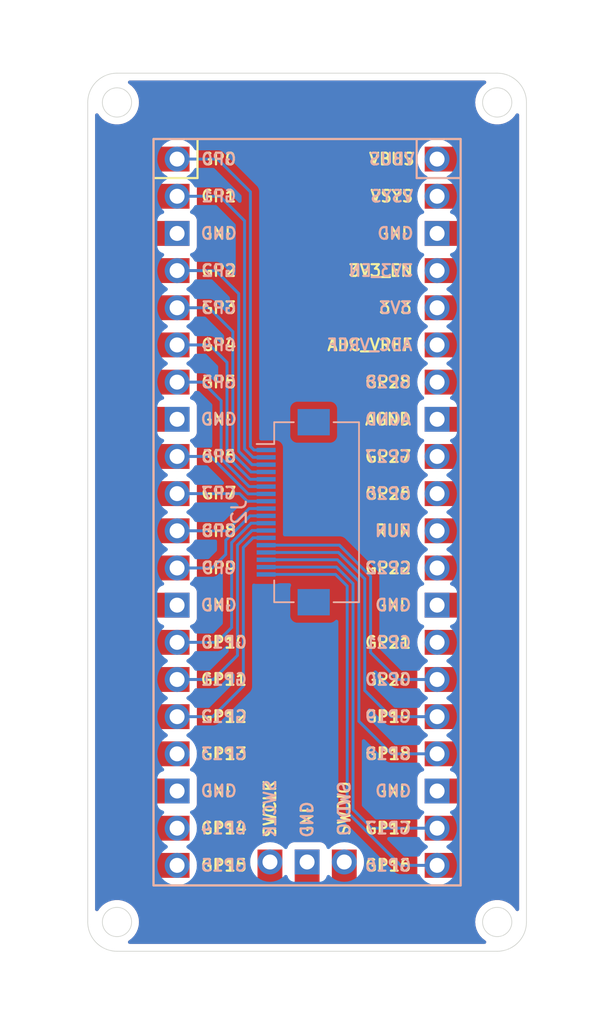
<source format=kicad_pcb>
(kicad_pcb (version 20240108) (generator "pcbnew") (generator_version "8.0")
  (layers (0 "F.Cu" signal) (31 "B.Cu" signal) (34 "B.Paste" user) (35 "F.Paste" user) (36 "B.SilkS" user "B.Silkscreen") (37 "F.SilkS" user "F.Silkscreen") (38 "B.Mask" user) (39 "F.Mask" user) (44 "Edge.Cuts" user))
  (net 0 "")
  (net 1 "Row1")
  (net 2 "Row2")
  (net 3 "Column5")
  (net 4 "Column2")
  (net 5 "Column10")
  (net 6 "Column13")
  (net 7 "Column3")
  (net 8 "Column12")
  (net 9 "Column7")
  (net 10 "Column9")
  (net 11 "Row3")
  (net 12 "Column4")
  (net 13 "Column8")
  (net 14 "Row4")
  (net 15 "Column6")
  (net 16 "Column1")
  (net 17 "Column11")
  (net 18 "Row5")
  (footprint "ScottoKeebs_MCU:Raspberry_Pi_Pico" (layer "F.Cu") (at 130 65)
    (property "Reference" "U1" (hide yes))
    (property "Value" "Raspberry_Pi_Pico" (hide yes))
    (fp_line (start -10.5 -25.5) (end -10.5 25.5) (stroke (width 0.15)) (layer "B.SilkS"))
    (fp_line (start -10.5 25.5) (end 10.5 25.5) (stroke (width 0.15)) (layer "B.SilkS"))
    (fp_line (start 7.493 -22.833) (end 7.493 -25.5) (stroke (width 0.15)) (layer "B.SilkS"))
    (fp_line (start 10.5 -25.5) (end -10.5 -25.5) (stroke (width 0.15)) (layer "B.SilkS"))
    (fp_line (start 10.5 -25.5) (end 10.5 25.5) (stroke (width 0.15)) (layer "B.SilkS"))
    (fp_line (start 10.5 -22.833) (end 7.493 -22.833) (stroke (width 0.15)) (layer "B.SilkS"))
    (fp_line (start -10.5 -25.5) (end -10.5 25.5) (stroke (width 0.15)) (layer "F.SilkS"))
    (fp_line (start -10.5 -25.5) (end 10.5 -25.5) (stroke (width 0.15)) (layer "F.SilkS"))
    (fp_line (start -10.5 -22.833) (end -7.493 -22.833) (stroke (width 0.15)) (layer "F.SilkS"))
    (fp_line (start -7.493 -22.833) (end -7.493 -25.5) (stroke (width 0.15)) (layer "F.SilkS"))
    (fp_line (start 10.5 -25.5) (end 10.5 25.5) (stroke (width 0.15)) (layer "F.SilkS"))
    (fp_line (start 10.5 25.5) (end -10.5 25.5) (stroke (width 0.15)) (layer "F.SilkS"))
    (fp_text user "GP19" (at 5.54 13.97 0) (layer "B.SilkS") (effects (font (size 0.8 0.8)) (justify mirror)))
    (fp_text user "GP15" (at -5.69 24.13 0) (layer "B.SilkS") (effects (font (size 0.8 0.8)) (justify mirror)))
    (fp_text user "GND" (at -6.04 19.05 0) (layer "B.SilkS") (effects (font (size 0.8 0.8)) (justify mirror)))
    (fp_text user "GP3" (at -6.04 -13.97 0) (layer "B.SilkS") (effects (font (size 0.8 0.8)) (justify mirror)))
    (fp_text user "GP2" (at -6.04 -16.51 0) (layer "B.SilkS") (effects (font (size 0.8 0.8)) (justify mirror)))
    (fp_text user "GND" (at -6.04 -19.05 0) (layer "B.SilkS") (effects (font (size 0.8 0.8)) (justify mirror)))
    (fp_text user "GND" (at 0 21 -90) (layer "B.SilkS") (effects (font (size 0.8 0.8)) (justify mirror)))
    (fp_text user "GP14" (at -5.69 21.59 0) (layer "B.SilkS") (effects (font (size 0.8 0.8)) (justify mirror)))
    (fp_text user "GP7" (at -6.04 -1.3 0) (layer "B.SilkS") (effects (font (size 0.8 0.8)) (justify mirror)))
    (fp_text user "GP1" (at -6.04 -21.6 0) (layer "B.SilkS") (effects (font (size 0.8 0.8)) (justify mirror)))
    (fp_text user "GP17" (at 5.54 21.59 0) (layer "B.SilkS") (effects (font (size 0.8 0.8)) (justify mirror)))
    (fp_text user "GP12" (at -5.69 13.97 0) (layer "B.SilkS") (effects (font (size 0.8 0.8)) (justify mirror)))
    (fp_text user "VSYS" (at 5.79 -21.59 0) (layer "B.SilkS") (effects (font (size 0.8 0.8)) (justify mirror)))
    (fp_text user "ADC_VREF" (at 4.29 -11.43 0) (layer "B.SilkS") (effects (font (size 0.8 0.8)) (justify mirror)))
    (fp_text user "GP9" (at -6.04 3.81 0) (layer "B.SilkS") (effects (font (size 0.8 0.8)) (justify mirror)))
    (fp_text user "GND" (at 5.89 19.05 0) (layer "B.SilkS") (effects (font (size 0.8 0.8)) (justify mirror)))
    (fp_text user "GP10" (at -5.69 8.89 0) (layer "B.SilkS") (effects (font (size 0.8 0.8)) (justify mirror)))
    (fp_text user "RUN" (at 5.89 1.27 0) (layer "B.SilkS") (effects (font (size 0.8 0.8)) (justify mirror)))
    (fp_text user "GP16" (at 5.54 24.13 0) (layer "B.SilkS") (effects (font (size 0.8 0.8)) (justify mirror)))
    (fp_text user "GP4" (at -6.04 -11.43 0) (layer "B.SilkS") (effects (font (size 0.8 0.8)) (justify mirror)))
    (fp_text user "GP8" (at -6.04 1.27 0) (layer "B.SilkS") (effects (font (size 0.8 0.8)) (justify mirror)))
    (fp_text user "GP22" (at 5.54 3.81 0) (layer "B.SilkS") (effects (font (size 0.8 0.8)) (justify mirror)))
    (fp_text user "SWCLK" (at -2.54 20.25 -90) (layer "B.SilkS") (effects (font (size 0.8 0.8)) (justify mirror)))
    (fp_text user "GP0" (at -6.04 -24.13 0) (layer "B.SilkS") (effects (font (size 0.8 0.8)) (justify mirror)))
    (fp_text user "GND" (at 5.89 6.35 0) (layer "B.SilkS") (effects (font (size 0.8 0.8)) (justify mirror)))
    (fp_text user "GP28" (at 5.54 -8.89 0) (layer "B.SilkS") (effects (font (size 0.8 0.8)) (justify mirror)))
    (fp_text user "SWDIO" (at 2.54 20.25 -90) (layer "B.SilkS") (effects (font (size 0.8 0.8)) (justify mirror)))
    (fp_text user "GP20" (at 5.54 11.43 0) (layer "B.SilkS") (effects (font (size 0.8 0.8)) (justify mirror)))
    (fp_text user "3V3" (at 6.04 -13.97 0) (layer "B.SilkS") (effects (font (size 0.8 0.8)) (justify mirror)))
    (fp_text user "GND" (at -6.04 -6.35 0) (layer "B.SilkS") (effects (font (size 0.8 0.8)) (justify mirror)))
    (fp_text user "GP26" (at 5.54 -1.27 0) (layer "B.SilkS") (effects (font (size 0.8 0.8)) (justify mirror)))
    (fp_text user "3V3_EN" (at 5.04 -16.51 0) (layer "B.SilkS") (effects (font (size 0.8 0.8)) (justify mirror)))
    (fp_text user "GP21" (at 5.54 8.9 0) (layer "B.SilkS") (effects (font (size 0.8 0.8)) (justify mirror)))
    (fp_text user "GP18" (at 5.54 16.51 0) (layer "B.SilkS") (effects (font (size 0.8 0.8)) (justify mirror)))
    (fp_text user "GP6" (at -6.04 -3.81 0) (layer "B.SilkS") (effects (font (size 0.8 0.8)) (justify mirror)))
    (fp_text user "VBUS" (at 5.79 -24.13 0) (layer "B.SilkS") (effects (font (size 0.8 0.8)) (justify mirror)))
    (fp_text user "GND" (at 6.04 -19.05 0) (layer "B.SilkS") (effects (font (size 0.8 0.8)) (justify mirror)))
    (fp_text user "GP5" (at -6.04 -8.89 0) (layer "B.SilkS") (effects (font (size 0.8 0.8)) (justify mirror)))
    (fp_text user "GP11" (at -5.69 11.43 0) (layer "B.SilkS") (effects (font (size 0.8 0.8)) (justify mirror)))
    (fp_text user "GP27" (at 5.54 -3.8 0) (layer "B.SilkS") (effects (font (size 0.8 0.8)) (justify mirror)))
    (fp_text user "GP13" (at -5.69 16.51 0) (layer "B.SilkS") (effects (font (size 0.8 0.8)) (justify mirror)))
    (fp_text user "GND" (at -6.04 6.35 0) (layer "B.SilkS") (effects (font (size 0.8 0.8)) (justify mirror)))
    (fp_text user "AGND" (at 5.54 -6.35 0) (layer "B.SilkS") (effects (font (size 0.8 0.8)) (justify mirror)))
    (fp_text user "GP28" (at 5.54 -8.89 0) (layer "F.SilkS") (effects (font (size 0.8 0.8))))
    (fp_text user "GP7" (at -6.04 -1.3 0) (layer "F.SilkS") (effects (font (size 0.8 0.8))))
    (fp_text user "GP18" (at 5.54 16.51 0) (layer "F.SilkS") (effects (font (size 0.8 0.8))))
    (fp_text user "GND" (at -6.04 -19.05 0) (layer "F.SilkS") (effects (font (size 0.8 0.8))))
    (fp_text user "GP10" (at -5.69 8.89 0) (layer "F.SilkS") (effects (font (size 0.8 0.8))))
    (fp_text user "GP15" (at -5.69 24.13 0) (layer "F.SilkS") (effects (font (size 0.8 0.8))))
    (fp_text user "GND" (at 6.04 -19.05 0) (layer "F.SilkS") (effects (font (size 0.8 0.8))))
    (fp_text user "GP4" (at -6.04 -11.43 0) (layer "F.SilkS") (effects (font (size 0.8 0.8))))
    (fp_text user "GP9" (at -6.04 3.81 0) (layer "F.SilkS") (effects (font (size 0.8 0.8))))
    (fp_text user "GP8" (at -6.04 1.27 0) (layer "F.SilkS") (effects (font (size 0.8 0.8))))
    (fp_text user "GP1" (at -6.04 -21.6 0) (layer "F.SilkS") (effects (font (size 0.8 0.8))))
    (fp_text user "GP2" (at -6.04 -16.51 0) (layer "F.SilkS") (effects (font (size 0.8 0.8))))
    (fp_text user "GP3" (at -6.04 -13.97 0) (layer "F.SilkS") (effects (font (size 0.8 0.8))))
    (fp_text user "GP0" (at -6.04 -24.13 0) (layer "F.SilkS") (effects (font (size 0.8 0.8))))
    (fp_text user "3V3" (at 6.04 -13.97 0) (layer "F.SilkS") (effects (font (size 0.8 0.8))))
    (fp_text user "GP16" (at 5.54 24.13 0) (layer "F.SilkS") (effects (font (size 0.8 0.8))))
    (fp_text user "GND" (at -6.04 6.35 0) (layer "F.SilkS") (effects (font (size 0.8 0.8))))
    (fp_text user "GND" (at -6.04 -6.35 0) (layer "F.SilkS") (effects (font (size 0.8 0.8))))
    (fp_text user "GP14" (at -5.69 21.59 0) (layer "F.SilkS") (effects (font (size 0.8 0.8))))
    (fp_text user "GP19" (at 5.54 13.97 0) (layer "F.SilkS") (effects (font (size 0.8 0.8))))
    (fp_text user "GP27" (at 5.54 -3.8 0) (layer "F.SilkS") (effects (font (size 0.8 0.8))))
    (fp_text user "GP13" (at -5.69 16.51 0) (layer "F.SilkS") (effects (font (size 0.8 0.8))))
    (fp_text user "GP6" (at -6.04 -3.81 0) (layer "F.SilkS") (effects (font (size 0.8 0.8))))
    (fp_text user "GP26" (at 5.54 -1.27 0) (layer "F.SilkS") (effects (font (size 0.8 0.8))))
    (fp_text user "SWCLK" (at -2.54 20.25 90) (layer "F.SilkS") (effects (font (size 0.8 0.8))))
    (fp_text user "GP20" (at 5.54 11.43 0) (layer "F.SilkS") (effects (font (size 0.8 0.8))))
    (fp_text user "GP12" (at -5.69 13.97 0) (layer "F.SilkS") (effects (font (size 0.8 0.8))))
    (fp_text user "GP5" (at -6.04 -8.89 0) (layer "F.SilkS") (effects (font (size 0.8 0.8))))
    (fp_text user "GP21" (at 5.54 8.9 0) (layer "F.SilkS") (effects (font (size 0.8 0.8))))
    (fp_text user "VBUS" (at 5.79 -24.13 0) (layer "F.SilkS") (effects (font (size 0.8 0.8))))
    (fp_text user "SWDIO" (at 2.54 20.25 90) (layer "F.SilkS") (effects (font (size 0.8 0.8))))
    (fp_text user "GP22" (at 5.54 3.81 0) (layer "F.SilkS") (effects (font (size 0.8 0.8))))
    (fp_text user "GND" (at -6.04 19.05 0) (layer "F.SilkS") (effects (font (size 0.8 0.8))))
    (fp_text user "AGND" (at 5.54 -6.35 0) (layer "F.SilkS") (effects (font (size 0.8 0.8))))
    (fp_text user "GP17" (at 5.54 21.59 0) (layer "F.SilkS") (effects (font (size 0.8 0.8))))
    (fp_text user "GP11" (at -5.69 11.43 0) (layer "F.SilkS") (effects (font (size 0.8 0.8))))
    (fp_text user "ADC_VREF" (at 4.29 -11.43 0) (layer "F.SilkS") (effects (font (size 0.8 0.8))))
    (fp_text user "GND" (at 5.89 19.05 0) (layer "F.SilkS") (effects (font (size 0.8 0.8))))
    (fp_text user "RUN" (at 5.89 1.27 0) (layer "F.SilkS") (effects (font (size 0.8 0.8))))
    (fp_text user "GND" (at 5.89 6.35 0) (layer "F.SilkS") (effects (font (size 0.8 0.8))))
    (fp_text user "VSYS" (at 5.79 -21.59 0) (layer "F.SilkS") (effects (font (size 0.8 0.8))))
    (fp_text user "3V3_EN" (at 5.04 -16.51 0) (layer "F.SilkS") (effects (font (size 0.8 0.8))))
    (fp_text user "GND" (at 0 21 90) (layer "F.SilkS") (effects (font (size 0.8 0.8))))
    (pad "1" thru_hole oval (at -8.89 -24.13) (size 1.7 1.7) (drill 1.02) (layers "*.Cu" "*.Mask") (net 6 "Column13"))
    (pad "1" smd rect (at -8.89 -24.13) (size 3.5 1.7) (drill (offset -0.9 0)) (layers "F.Cu" "F.Mask") (net 6 "Column13"))
    (pad "2" thru_hole oval (at -8.89 -21.59) (size 1.7 1.7) (drill 1.02) (layers "*.Cu" "*.Mask") (net 8 "Column12"))
    (pad "2" smd rect (at -8.89 -21.59) (size 3.5 1.7) (drill (offset -0.9 0)) (layers "F.Cu" "F.Mask") (net 8 "Column12"))
    (pad "3" thru_hole rect (at -8.89 -19.05) (size 1.7 1.7) (drill 1.02) (layers "*.Cu" "*.Mask"))
    (pad "3" smd rect (at -8.89 -19.05) (size 3.5 1.7) (drill (offset -0.9 0)) (layers "F.Cu" "F.Mask"))
    (pad "4" thru_hole oval (at -8.89 -16.51) (size 1.7 1.7) (drill 1.02) (layers "*.Cu" "*.Mask") (net 17 "Column11"))
    (pad "4" smd rect (at -8.89 -16.51) (size 3.5 1.7) (drill (offset -0.9 0)) (layers "F.Cu" "F.Mask") (net 17 "Column11"))
    (pad "5" thru_hole oval (at -8.89 -13.97) (size 1.7 1.7) (drill 1.02) (layers "*.Cu" "*.Mask") (net 5 "Column10"))
    (pad "5" smd rect (at -8.89 -13.97) (size 3.5 1.7) (drill (offset -0.9 0)) (layers "F.Cu" "F.Mask") (net 5 "Column10"))
    (pad "6" thru_hole oval (at -8.89 -11.43) (size 1.7 1.7) (drill 1.02) (layers "*.Cu" "*.Mask") (net 10 "Column9"))
    (pad "6" smd rect (at -8.89 -11.43) (size 3.5 1.7) (drill (offset -0.9 0)) (layers "F.Cu" "F.Mask") (net 10 "Column9"))
    (pad "7" thru_hole oval (at -8.89 -8.89) (size 1.7 1.7) (drill 1.02) (layers "*.Cu" "*.Mask") (net 13 "Column8"))
    (pad "7" smd rect (at -8.89 -8.89) (size 3.5 1.7) (drill (offset -0.9 0)) (layers "F.Cu" "F.Mask") (net 13 "Column8"))
    (pad "8" thru_hole rect (at -8.89 -6.35) (size 1.7 1.7) (drill 1.02) (layers "*.Cu" "*.Mask"))
    (pad "8" smd rect (at -8.89 -6.35) (size 3.5 1.7) (drill (offset -0.9 0)) (layers "F.Cu" "F.Mask"))
    (pad "9" thru_hole oval (at -8.89 -3.81) (size 1.7 1.7) (drill 1.02) (layers "*.Cu" "*.Mask") (net 9 "Column7"))
    (pad "9" smd rect (at -8.89 -3.81) (size 3.5 1.7) (drill (offset -0.9 0)) (layers "F.Cu" "F.Mask") (net 9 "Column7"))
    (pad "10" thru_hole oval (at -8.89 -1.27) (size 1.7 1.7) (drill 1.02) (layers "*.Cu" "*.Mask") (net 15 "Column6"))
    (pad "10" smd rect (at -8.89 -1.27) (size 3.5 1.7) (drill (offset -0.9 0)) (layers "F.Cu" "F.Mask") (net 15 "Column6"))
    (pad "11" thru_hole oval (at -8.89 1.27) (size 1.7 1.7) (drill 1.02) (layers "*.Cu" "*.Mask") (net 3 "Column5"))
    (pad "11" smd rect (at -8.89 1.27) (size 3.5 1.7) (drill (offset -0.9 0)) (layers "F.Cu" "F.Mask") (net 3 "Column5"))
    (pad "12" thru_hole oval (at -8.89 3.81) (size 1.7 1.7) (drill 1.02) (layers "*.Cu" "*.Mask") (net 12 "Column4"))
    (pad "12" smd rect (at -8.89 3.81) (size 3.5 1.7) (drill (offset -0.9 0)) (layers "F.Cu" "F.Mask") (net 12 "Column4"))
    (pad "13" thru_hole rect (at -8.89 6.35) (size 1.7 1.7) (drill 1.02) (layers "*.Cu" "*.Mask"))
    (pad "13" smd rect (at -8.89 6.35) (size 3.5 1.7) (drill (offset -0.9 0)) (layers "F.Cu" "F.Mask"))
    (pad "14" thru_hole oval (at -8.89 8.89) (size 1.7 1.7) (drill 1.02) (layers "*.Cu" "*.Mask") (net 7 "Column3"))
    (pad "14" smd rect (at -8.89 8.89) (size 3.5 1.7) (drill (offset -0.9 0)) (layers "F.Cu" "F.Mask") (net 7 "Column3"))
    (pad "15" thru_hole oval (at -8.89 11.43) (size 1.7 1.7) (drill 1.02) (layers "*.Cu" "*.Mask") (net 4 "Column2"))
    (pad "15" smd rect (at -8.89 11.43) (size 3.5 1.7) (drill (offset -0.9 0)) (layers "F.Cu" "F.Mask") (net 4 "Column2"))
    (pad "16" thru_hole oval (at -8.89 13.97) (size 1.7 1.7) (drill 1.02) (layers "*.Cu" "*.Mask") (net 16 "Column1"))
    (pad "16" smd rect (at -8.89 13.97) (size 3.5 1.7) (drill (offset -0.9 0)) (layers "F.Cu" "F.Mask") (net 16 "Column1"))
    (pad "17" thru_hole oval (at -8.89 16.51) (size 1.7 1.7) (drill 1.02) (layers "*.Cu" "*.Mask"))
    (pad "17" smd rect (at -8.89 16.51) (size 3.5 1.7) (drill (offset -0.9 0)) (layers "F.Cu" "F.Mask"))
    (pad "18" thru_hole rect (at -8.89 19.05) (size 1.7 1.7) (drill 1.02) (layers "*.Cu" "*.Mask"))
    (pad "18" smd rect (at -8.89 19.05) (size 3.5 1.7) (drill (offset -0.9 0)) (layers "F.Cu" "F.Mask"))
    (pad "19" thru_hole oval (at -8.89 21.59) (size 1.7 1.7) (drill 1.02) (layers "*.Cu" "*.Mask"))
    (pad "19" smd rect (at -8.89 21.59) (size 3.5 1.7) (drill (offset -0.9 0)) (layers "F.Cu" "F.Mask"))
    (pad "20" thru_hole oval (at -8.89 24.13) (size 1.7 1.7) (drill 1.02) (layers "*.Cu" "*.Mask"))
    (pad "20" smd rect (at -8.89 24.13) (size 3.5 1.7) (drill (offset -0.9 0)) (layers "F.Cu" "F.Mask"))
    (pad "21" thru_hole oval (at 8.89 24.13) (size 1.7 1.7) (drill 1.02) (layers "*.Cu" "*.Mask") (net 18 "Row5"))
    (pad "21" smd rect (at 8.89 24.13) (size 3.5 1.7) (drill (offset 0.9 0)) (layers "F.Cu" "F.Mask") (net 18 "Row5"))
    (pad "22" thru_hole oval (at 8.89 21.59) (size 1.7 1.7) (drill 1.02) (layers "*.Cu" "*.Mask") (net 14 "Row4"))
    (pad "22" smd rect (at 8.89 21.59) (size 3.5 1.7) (drill (offset 0.9 0)) (layers "F.Cu" "F.Mask") (net 14 "Row4"))
    (pad "23" thru_hole rect (at 8.89 19.05) (size 1.7 1.7) (drill 1.02) (layers "*.Cu" "*.Mask"))
    (pad "23" smd rect (at 8.89 19.05) (size 3.5 1.7) (drill (offset 0.9 0)) (layers "F.Cu" "F.Mask"))
    (pad "24" thru_hole oval (at 8.89 16.51) (size 1.7 1.7) (drill 1.02) (layers "*.Cu" "*.Mask") (net 11 "Row3"))
    (pad "24" smd rect (at 8.89 16.51) (size 3.5 1.7) (drill (offset 0.9 0)) (layers "F.Cu" "F.Mask") (net 11 "Row3"))
    (pad "25" thru_hole oval (at 8.89 13.97) (size 1.7 1.7) (drill 1.02) (layers "*.Cu" "*.Mask") (net 2 "Row2"))
    (pad "25" smd rect (at 8.89 13.97) (size 3.5 1.7) (drill (offset 0.9 0)) (layers "F.Cu" "F.Mask") (net 2 "Row2"))
    (pad "26" thru_hole oval (at 8.89 11.43) (size 1.7 1.7) (drill 1.02) (layers "*.Cu" "*.Mask") (net 1 "Row1"))
    (pad "26" smd rect (at 8.89 11.43) (size 3.5 1.7) (drill (offset 0.9 0)) (layers "F.Cu" "F.Mask") (net 1 "Row1"))
    (pad "27" thru_hole oval (at 8.89 8.89) (size 1.7 1.7) (drill 1.02) (layers "*.Cu" "*.Mask"))
    (pad "27" smd rect (at 8.89 8.89) (size 3.5 1.7) (drill (offset 0.9 0)) (layers "F.Cu" "F.Mask"))
    (pad "28" thru_hole rect (at 8.89 6.35) (size 1.7 1.7) (drill 1.02) (layers "*.Cu" "*.Mask"))
    (pad "28" smd rect (at 8.89 6.35) (size 3.5 1.7) (drill (offset 0.9 0)) (layers "F.Cu" "F.Mask"))
    (pad "29" thru_hole oval (at 8.89 3.81) (size 1.7 1.7) (drill 1.02) (layers "*.Cu" "*.Mask"))
    (pad "29" smd rect (at 8.89 3.81) (size 3.5 1.7) (drill (offset 0.9 0)) (layers "F.Cu" "F.Mask"))
    (pad "30" thru_hole oval (at 8.89 1.27) (size 1.7 1.7) (drill 1.02) (layers "*.Cu" "*.Mask"))
    (pad "30" smd rect (at 8.89 1.27) (size 3.5 1.7) (drill (offset 0.9 0)) (layers "F.Cu" "F.Mask"))
    (pad "31" thru_hole oval (at 8.89 -1.27) (size 1.7 1.7) (drill 1.02) (layers "*.Cu" "*.Mask"))
    (pad "31" smd rect (at 8.89 -1.27) (size 3.5 1.7) (drill (offset 0.9 0)) (layers "F.Cu" "F.Mask"))
    (pad "32" thru_hole oval (at 8.89 -3.81) (size 1.7 1.7) (drill 1.02) (layers "*.Cu" "*.Mask"))
    (pad "32" smd rect (at 8.89 -3.81) (size 3.5 1.7) (drill (offset 0.9 0)) (layers "F.Cu" "F.Mask"))
    (pad "33" thru_hole rect (at 8.89 -6.35) (size 1.7 1.7) (drill 1.02) (layers "*.Cu" "*.Mask"))
    (pad "33" smd rect (at 8.89 -6.35) (size 3.5 1.7) (drill (offset 0.9 0)) (layers "F.Cu" "F.Mask"))
    (pad "34" thru_hole oval (at 8.89 -8.89) (size 1.7 1.7) (drill 1.02) (layers "*.Cu" "*.Mask"))
    (pad "34" smd rect (at 8.89 -8.89) (size 3.5 1.7) (drill (offset 0.9 0)) (layers "F.Cu" "F.Mask"))
    (pad "35" thru_hole oval (at 8.89 -11.43) (size 1.7 1.7) (drill 1.02) (layers "*.Cu" "*.Mask"))
    (pad "35" smd rect (at 8.89 -11.43) (size 3.5 1.7) (drill (offset 0.9 0)) (layers "F.Cu" "F.Mask"))
    (pad "36" thru_hole oval (at 8.89 -13.97) (size 1.7 1.7) (drill 1.02) (layers "*.Cu" "*.Mask"))
    (pad "36" smd rect (at 8.89 -13.97) (size 3.5 1.7) (drill (offset 0.9 0)) (layers "F.Cu" "F.Mask"))
    (pad "37" thru_hole oval (at 8.89 -16.51) (size 1.7 1.7) (drill 1.02) (layers "*.Cu" "*.Mask"))
    (pad "37" smd rect (at 8.89 -16.51) (size 3.5 1.7) (drill (offset 0.9 0)) (layers "F.Cu" "F.Mask"))
    (pad "38" thru_hole rect (at 8.89 -19.05) (size 1.7 1.7) (drill 1.02) (layers "*.Cu" "*.Mask"))
    (pad "38" smd rect (at 8.89 -19.05) (size 3.5 1.7) (drill (offset 0.9 0)) (layers "F.Cu" "F.Mask"))
    (pad "39" thru_hole oval (at 8.89 -21.59) (size 1.7 1.7) (drill 1.02) (layers "*.Cu" "*.Mask"))
    (pad "39" smd rect (at 8.89 -21.59) (size 3.5 1.7) (drill (offset 0.9 0)) (layers "F.Cu" "F.Mask"))
    (pad "40" thru_hole oval (at 8.89 -24.13) (size 1.7 1.7) (drill 1.02) (layers "*.Cu" "*.Mask"))
    (pad "40" smd rect (at 8.89 -24.13) (size 3.5 1.7) (drill (offset 0.9 0)) (layers "F.Cu" "F.Mask"))
    (pad "41" thru_hole oval (at -2.54 23.9) (size 1.7 1.7) (drill 1.02) (layers "*.Cu" "*.Mask"))
    (pad "41" smd rect (at -2.54 23.9 90) (size 3.5 1.7) (drill (offset -0.9 0)) (layers "F.Cu" "F.Mask"))
    (pad "42" thru_hole rect (at 0 23.9) (size 1.7 1.7) (drill 1.02) (layers "*.Cu" "*.Mask"))
    (pad "42" smd rect (at 0 23.9 90) (size 3.5 1.7) (drill (offset -0.9 0)) (layers "F.Cu" "F.Mask"))
    (pad "43" thru_hole oval (at 2.54 23.9) (size 1.7 1.7) (drill 1.02) (layers "*.Cu" "*.Mask"))
    (pad "43" smd rect (at 2.54 23.9 90) (size 3.5 1.7) (drill (offset -0.9 0)) (layers "F.Cu" "F.Mask"))
  )
  (footprint "Connector_FFC-FPC:Hirose_FH12-18S-0.5SH_1x18-1MP_P0.50mm_Horizontal" (layer "B.Cu") (at 129.05 65 -90)
    (property "Reference" "J2" (at 0 3.7 90) (layer "B.SilkS") (effects (justify mirror)))
    (property "Value" "Conn_01x18")
    (fp_line (start -4.66 2.5) (end -4.66 1.3) (stroke (width 0.12)) (layer "B.SilkS"))
    (fp_line (start -6.15 1.3) (end -4.66 1.3) (stroke (width 0.12)) (layer "B.SilkS"))
    (fp_line (start 6.15 1.3) (end 4.66 1.3) (stroke (width 0.12)) (layer "B.SilkS"))
    (fp_line (start -6.15 -0.04) (end -6.15 1.3) (stroke (width 0.12)) (layer "B.SilkS"))
    (fp_line (start 6.15 -0.04) (end 6.15 1.3) (stroke (width 0.12)) (layer "B.SilkS"))
    (fp_line (start 6.15 -2.76) (end 6.15 -4.5) (stroke (width 0.12)) (layer "B.SilkS"))
    (fp_line (start -6.15 -4.5) (end -6.15 -2.76) (stroke (width 0.12)) (layer "B.SilkS"))
    (fp_line (start 6.15 -4.5) (end -6.15 -4.5) (stroke (width 0.12)) (layer "B.SilkS"))
    (pad "1" smd rect (at -4.25 1.85 270) (size 0.3 1.3) (layers "B.Cu" "B.Paste" "B.Mask") (net 6 "Column13"))
    (pad "2" smd rect (at -3.75 1.85 270) (size 0.3 1.3) (layers "B.Cu" "B.Paste" "B.Mask") (net 8 "Column12"))
    (pad "3" smd rect (at -3.25 1.85 270) (size 0.3 1.3) (layers "B.Cu" "B.Paste" "B.Mask") (net 17 "Column11"))
    (pad "4" smd rect (at -2.75 1.85 270) (size 0.3 1.3) (layers "B.Cu" "B.Paste" "B.Mask") (net 5 "Column10"))
    (pad "5" smd rect (at -2.25 1.85 270) (size 0.3 1.3) (layers "B.Cu" "B.Paste" "B.Mask") (net 10 "Column9"))
    (pad "6" smd rect (at -1.75 1.85 270) (size 0.3 1.3) (layers "B.Cu" "B.Paste" "B.Mask") (net 13 "Column8"))
    (pad "7" smd rect (at -1.25 1.85 270) (size 0.3 1.3) (layers "B.Cu" "B.Paste" "B.Mask") (net 9 "Column7"))
    (pad "8" smd rect (at -0.75 1.85 270) (size 0.3 1.3) (layers "B.Cu" "B.Paste" "B.Mask") (net 15 "Column6"))
    (pad "9" smd rect (at -0.25 1.85 270) (size 0.3 1.3) (layers "B.Cu" "B.Paste" "B.Mask") (net 3 "Column5"))
    (pad "10" smd rect (at 0.25 1.85 270) (size 0.3 1.3) (layers "B.Cu" "B.Paste" "B.Mask") (net 12 "Column4"))
    (pad "11" smd rect (at 0.75 1.85 270) (size 0.3 1.3) (layers "B.Cu" "B.Paste" "B.Mask") (net 7 "Column3"))
    (pad "12" smd rect (at 1.25 1.85 270) (size 0.3 1.3) (layers "B.Cu" "B.Paste" "B.Mask") (net 4 "Column2"))
    (pad "13" smd rect (at 1.75 1.85 270) (size 0.3 1.3) (layers "B.Cu" "B.Paste" "B.Mask") (net 16 "Column1"))
    (pad "14" smd rect (at 2.25 1.85 270) (size 0.3 1.3) (layers "B.Cu" "B.Paste" "B.Mask") (net 1 "Row1"))
    (pad "15" smd rect (at 2.75 1.85 270) (size 0.3 1.3) (layers "B.Cu" "B.Paste" "B.Mask") (net 2 "Row2"))
    (pad "16" smd rect (at 3.25 1.85 270) (size 0.3 1.3) (layers "B.Cu" "B.Paste" "B.Mask") (net 11 "Row3"))
    (pad "17" smd rect (at 3.75 1.85 270) (size 0.3 1.3) (layers "B.Cu" "B.Paste" "B.Mask") (net 14 "Row4"))
    (pad "18" smd rect (at 4.25 1.85 270) (size 0.3 1.3) (layers "B.Cu" "B.Paste" "B.Mask") (net 18 "Row5"))
    (pad "MP" smd rect (at -6.15 -1.4 270) (size 1.8 2.2) (layers "B.Cu" "B.Paste" "B.Mask"))
    (pad "MP" smd rect (at 6.15 -1.4 270) (size 1.8 2.2) (layers "B.Cu" "B.Paste" "B.Mask"))
  )
  (gr_arc (start 143 35) (mid 144.414214 35.585786) (end 145 37) (stroke (width 0.05)) (layer "Edge.Cuts"))
  (gr_line (start 143 35) (end 117 35) (stroke (width 0.05)) (layer "Edge.Cuts"))
  (gr_circle (center 117 37) (end 117 38) (stroke (width 0.05)) (fill none) (layer "Edge.Cuts"))
  (gr_arc (start 145 93) (mid 144.414214 94.414214) (end 143 95) (stroke (width 0.05)) (layer "Edge.Cuts"))
  (gr_circle (center 143 37) (end 143 38) (stroke (width 0.05)) (fill none) (layer "Edge.Cuts"))
  (gr_line (start 117 95) (end 143 95) (stroke (width 0.05)) (layer "Edge.Cuts"))
  (gr_circle (center 117 93) (end 117 94) (stroke (width 0.05)) (fill none) (layer "Edge.Cuts"))
  (gr_line (start 115 37) (end 115 93) (stroke (width 0.05)) (layer "Edge.Cuts"))
  (gr_circle (center 143 93) (end 143 94) (stroke (width 0.05)) (fill none) (layer "Edge.Cuts"))
  (gr_arc (start 115 37) (mid 115.585786 35.585786) (end 117 35) (stroke (width 0.05)) (layer "Edge.Cuts"))
  (gr_line (start 145 93) (end 145 37) (stroke (width 0.05)) (layer "Edge.Cuts"))
  (gr_arc (start 117 95) (mid 115.585786 94.414214) (end 115 93) (stroke (width 0.05)) (layer "Edge.Cuts"))
  (segment (start 136.19 76.43) (end 138.89 76.43) (width 0.2) (layer "B.Cu") (net 1))
  (segment (start 134.34 74.58) (end 136.19 76.43) (width 0.2) (layer "B.Cu") (net 1))
  (segment (start 134.34 69.382942) (end 134.34 74.58) (width 0.2) (layer "B.Cu") (net 1))
  (segment (start 132.207058 67.25) (end 134.34 69.382942) (width 0.2) (layer "B.Cu") (net 1))
  (segment (start 127.2 67.25) (end 132.207058 67.25) (width 0.2) (layer "B.Cu") (net 1))
  (segment (start 133.94 77.18) (end 135.73 78.97) (width 0.2) (layer "B.Cu") (net 2))
  (segment (start 127.2 67.75) (end 132.141372 67.75) (width 0.2) (layer "B.Cu") (net 2))
  (segment (start 132.141372 67.75) (end 133.94 69.548628) (width 0.2) (layer "B.Cu") (net 2))
  (segment (start 135.73 78.97) (end 138.89 78.97) (width 0.2) (layer "B.Cu") (net 2))
  (segment (start 133.94 69.548628) (end 133.94 77.18) (width 0.2) (layer "B.Cu") (net 2))
  (segment (start 127.2 64.75) (end 126.037257 64.75) (width 0.2) (layer "B.Cu") (net 3))
  (segment (start 124.517257 66.27) (end 121.11 66.27) (width 0.2) (layer "B.Cu") (net 3))
  (segment (start 126.037257 64.75) (end 124.517257 66.27) (width 0.2) (layer "B.Cu") (net 3))
  (segment (start 127.2 66.25) (end 126.234314 66.25) (width 0.2) (layer "B.Cu") (net 4))
  (segment (start 125.24 74.78) (end 123.59 76.43) (width 0.2) (layer "B.Cu") (net 4))
  (segment (start 126.234314 66.25) (end 125.24 67.244314) (width 0.2) (layer "B.Cu") (net 4))
  (segment (start 125.24 67.244314) (end 125.24 74.78) (width 0.2) (layer "B.Cu") (net 4))
  (segment (start 123.59 76.43) (end 121.11 76.43) (width 0.2) (layer "B.Cu") (net 4))
  (segment (start 124.922157 61.003529) (end 124.922157 52.662157) (width 0.2) (layer "B.Cu") (net 5))
  (segment (start 123.29 51.03) (end 121.11 51.03) (width 0.2) (layer "B.Cu") (net 5))
  (segment (start 126.168628 62.25) (end 124.922157 61.003529) (width 0.2) (layer "B.Cu") (net 5))
  (segment (start 124.922157 52.662157) (end 123.29 51.03) (width 0.2) (layer "B.Cu") (net 5))
  (segment (start 127.2 62.25) (end 126.168628 62.25) (width 0.2) (layer "B.Cu") (net 5))
  (segment (start 127.2 60.75) (end 126.365686 60.75) (width 0.2) (layer "B.Cu") (net 6))
  (segment (start 123.88 40.87) (end 121.11 40.87) (width 0.2) (layer "B.Cu") (net 6))
  (segment (start 126.122157 43.112157) (end 123.88 40.87) (width 0.2) (layer "B.Cu") (net 6))
  (segment (start 126.365686 60.75) (end 126.122157 60.506471) (width 0.2) (layer "B.Cu") (net 6))
  (segment (start 126.122157 60.506471) (end 126.122157 43.112157) (width 0.2) (layer "B.Cu") (net 6))
  (segment (start 126.168628 65.75) (end 124.84 67.078628) (width 0.2) (layer "B.Cu") (net 7))
  (segment (start 124.84 72.88) (end 123.83 73.89) (width 0.2) (layer "B.Cu") (net 7))
  (segment (start 124.84 67.078628) (end 124.84 72.88) (width 0.2) (layer "B.Cu") (net 7))
  (segment (start 127.2 65.75) (end 126.168628 65.75) (width 0.2) (layer "B.Cu") (net 7))
  (segment (start 123.83 73.89) (end 121.11 73.89) (width 0.2) (layer "B.Cu") (net 7))
  (segment (start 127.2 61.25) (end 126.3 61.25) (width 0.2) (layer "B.Cu") (net 8))
  (segment (start 125.722157 45.087157) (end 124.045 43.41) (width 0.2) (layer "B.Cu") (net 8))
  (segment (start 126.3 61.25) (end 125.722157 60.672157) (width 0.2) (layer "B.Cu") (net 8))
  (segment (start 125.722157 60.672157) (end 125.722157 45.087157) (width 0.2) (layer "B.Cu") (net 8))
  (segment (start 124.045 43.41) (end 121.11 43.41) (width 0.2) (layer "B.Cu") (net 8))
  (segment (start 127.2 63.75) (end 125.97157 63.75) (width 0.2) (layer "B.Cu") (net 9))
  (segment (start 125.97157 63.75) (end 123.41157 61.19) (width 0.2) (layer "B.Cu") (net 9))
  (segment (start 123.41157 61.19) (end 121.11 61.19) (width 0.2) (layer "B.Cu") (net 9))
  (segment (start 126.102942 62.75) (end 124.522157 61.169215) (width 0.2) (layer "B.Cu") (net 10))
  (segment (start 127.2 62.75) (end 126.102942 62.75) (width 0.2) (layer "B.Cu") (net 10))
  (segment (start 124.522157 61.169215) (end 124.522157 54.762157) (width 0.2) (layer "B.Cu") (net 10))
  (segment (start 123.33 53.57) (end 121.11 53.57) (width 0.2) (layer "B.Cu") (net 10))
  (segment (start 124.522157 54.762157) (end 123.33 53.57) (width 0.2) (layer "B.Cu") (net 10))
  (segment (start 135.77 81.51) (end 138.89 81.51) (width 0.2) (layer "B.Cu") (net 11))
  (segment (start 127.2 68.25) (end 132.075686 68.25) (width 0.2) (layer "B.Cu") (net 11))
  (segment (start 133.54 69.714314) (end 133.54 79.28) (width 0.2) (layer "B.Cu") (net 11))
  (segment (start 132.075686 68.25) (end 133.54 69.714314) (width 0.2) (layer "B.Cu") (net 11))
  (segment (start 133.54 79.28) (end 135.77 81.51) (width 0.2) (layer "B.Cu") (net 11))
  (segment (start 123.51 68.81) (end 121.11 68.81) (width 0.2) (layer "B.Cu") (net 12))
  (segment (start 124.44 67.88) (end 123.51 68.81) (width 0.2) (layer "B.Cu") (net 12))
  (segment (start 127.2 65.25) (end 126.102942 65.25) (width 0.2) (layer "B.Cu") (net 12))
  (segment (start 124.44 66.912942) (end 124.44 67.88) (width 0.2) (layer "B.Cu") (net 12))
  (segment (start 126.102942 65.25) (end 124.44 66.912942) (width 0.2) (layer "B.Cu") (net 12))
  (segment (start 127.2 63.25) (end 126.037256 63.25) (width 0.2) (layer "B.Cu") (net 13))
  (segment (start 126.037256 63.25) (end 124.122157 61.334901) (width 0.2) (layer "B.Cu") (net 13))
  (segment (start 124.122157 57.38) (end 122.852157 56.11) (width 0.2) (layer "B.Cu") (net 13))
  (segment (start 122.852157 56.11) (end 121.11 56.11) (width 0.2) (layer "B.Cu") (net 13))
  (segment (start 124.122157 61.334901) (end 124.122157 57.38) (width 0.2) (layer "B.Cu") (net 13))
  (segment (start 133.14 85.314314) (end 134.415686 86.59) (width 0.2) (layer "B.Cu") (net 14))
  (segment (start 127.2 68.75) (end 132.01 68.75) (width 0.2) (layer "B.Cu") (net 14))
  (segment (start 133.14 69.88) (end 133.14 85.314314) (width 0.2) (layer "B.Cu") (net 14))
  (segment (start 132.01 68.75) (end 133.14 69.88) (width 0.2) (layer "B.Cu") (net 14))
  (segment (start 134.415686 86.59) (end 138.89 86.59) (width 0.2) (layer "B.Cu") (net 14))
  (segment (start 127.2 64.25) (end 125.905885 64.25) (width 0.2) (layer "B.Cu") (net 15))
  (segment (start 125.385885 63.73) (end 121.11 63.73) (width 0.2) (layer "B.Cu") (net 15))
  (segment (start 125.905885 64.25) (end 125.385885 63.73) (width 0.2) (layer "B.Cu") (net 15))
  (segment (start 125.64 67.41) (end 125.64 76.88) (width 0.2) (layer "B.Cu") (net 16))
  (segment (start 127.2 66.75) (end 126.3 66.75) (width 0.2) (layer "B.Cu") (net 16))
  (segment (start 126.3 66.75) (end 125.64 67.41) (width 0.2) (layer "B.Cu") (net 16))
  (segment (start 125.64 76.88) (end 123.55 78.97) (width 0.2) (layer "B.Cu") (net 16))
  (segment (start 123.55 78.97) (end 121.11 78.97) (width 0.2) (layer "B.Cu") (net 16))
  (segment (start 126.234314 61.75) (end 125.322157 60.837843) (width 0.2) (layer "B.Cu") (net 17))
  (segment (start 123.75 48.49) (end 121.11 48.49) (width 0.2) (layer "B.Cu") (net 17))
  (segment (start 127.2 61.75) (end 126.234314 61.75) (width 0.2) (layer "B.Cu") (net 17))
  (segment (start 125.322157 50.062157) (end 123.75 48.49) (width 0.2) (layer "B.Cu") (net 17))
  (segment (start 125.322157 60.837843) (end 125.322157 50.062157) (width 0.2) (layer "B.Cu") (net 17))
  (segment (start 131.944314 69.25) (end 132.74 70.045686) (width 0.2) (layer "B.Cu") (net 18))
  (segment (start 136.39 89.13) (end 138.89 89.13) (width 0.2) (layer "B.Cu") (net 18))
  (segment (start 132.74 85.48) (end 136.39 89.13) (width 0.2) (layer "B.Cu") (net 18))
  (segment (start 132.74 70.045686) (end 132.74 85.48) (width 0.2) (layer "B.Cu") (net 18))
  (segment (start 127.2 69.25) (end 131.944314 69.25) (width 0.2) (layer "B.Cu") (net 18))
  (zone (net 0) (net_name "") (layers "F&B.Cu") (connect_pads (clearance 0.5)) (min_thickness 0.25) (fill yes (thermal_gap 0.5) (thermal_bridge_width 0.5) (island_removal_mode 1) (island_area_min 10))
    (polygon (pts (xy 151 30) (xy 109 30) (xy 110 100) (xy 150 100)))
  )
)
</source>
